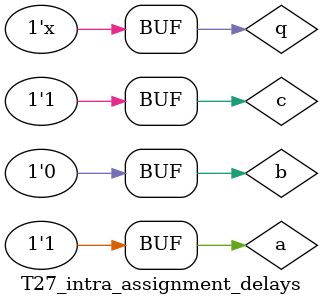
<source format=v>

/*
An intra-assignment  delay is one where there is a delay on the RHS of the assignment operator. This indicates that the statement is evaluated and values of all signals on the RHS is captured first. Then it is assigned to the resultant signal only after
the delay expires
*/
module T27_intra_assignment_delays;


    reg a, b, c, q;

    initial begin
        $monitor("[%0t] a=%0b b=%0b c=%0b q=%0b", $time, a, b, c, q);

        // Initialize all signals to 0 at time 0
        a <= 0; 
        b <= 0;
        c <= 0;
        q <= 0;

        // Inter-assignment delay: Wait for #5 time units
        // and then assign a and c to 1. Note that 'a' and 'c'
        // gets updated at the end of current timestep
        #5 a <= 1;
        c <= 1;

        // Intra-assignment delay: First execute the statement
        // then wait for 5 time units and then assign the evaluated
        // value to q
        q <= #5 a & b | c;

        #20;
    end
endmodule
</source>
